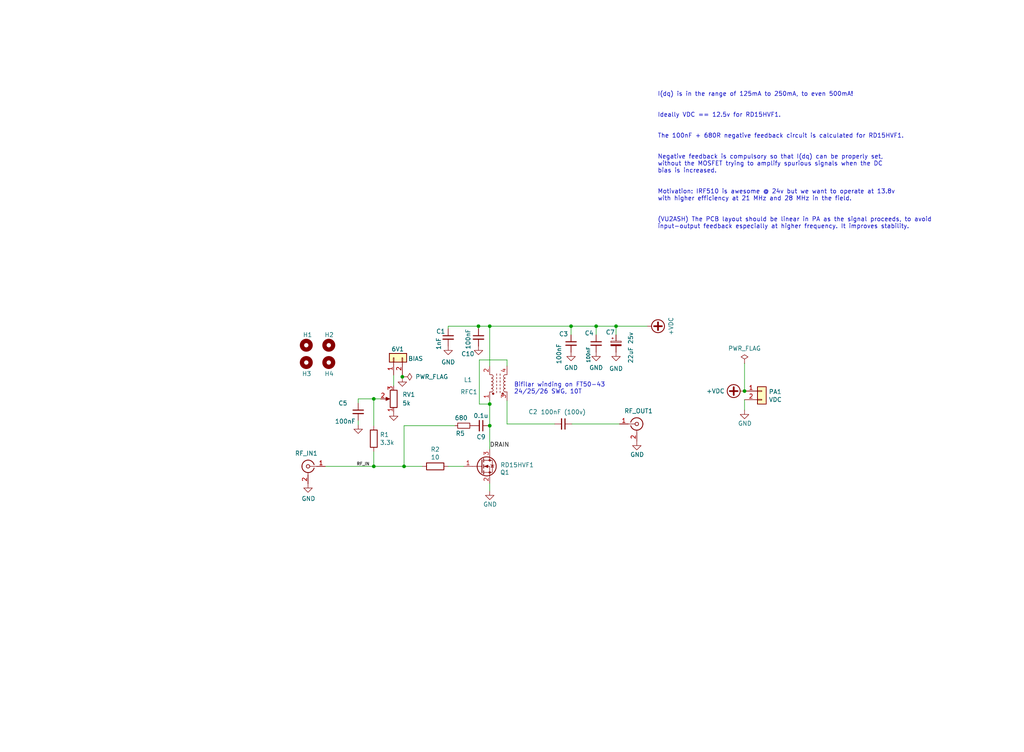
<source format=kicad_sch>
(kicad_sch (version 20211123) (generator eeschema)
  (paper "User" 300.634 220.802)
  (title_block (title "Easy-PA-With-Pluggable-LPF") (date "2022-03-18") (rev "v0.01") (company "Author: Dhiru Kholia (VU3CER)") (comment 2 "Uses ideas from VU2ASH, HAMBREWERS, QRP Labs, Tom (AK2B), VK3PE, and G6LBQ") (comment 4 "Robust Class-C / Class-D Single-ended RD15HVF1 powered HF PA") (comment 5 "Motivation: We want higher efficiencies at 21 MHz and 28 MHz."))
  (lib_symbols
    (symbol "Connector:Conn_Coaxial" (pin_names (offset 1.016) hide)
      (property "Reference" "J" (at 0.254 3.048 0))
      (property "Value" "Conn_Coaxial" (at 2.921 0 90))
      (symbol "Conn_Coaxial_0_1"
        (arc (start -1.778 -0.508) (mid 0.222 -1.808) (end 1.778 0) (stroke (width 0.254)))
        (polyline (pts (xy -2.54 0) (xy -0.508 0)))
        (polyline (pts (xy 0 -2.54) (xy 0 -1.778)))
        (circle (center 0 0) (radius 0.508) (stroke (width 0.2032)))
        (arc (start 1.778 0) (mid 0.222 1.8083) (end -1.778 0.508) (stroke (width 0.254)))
      )
      (symbol "Conn_Coaxial_1_1"
        (pin passive line (at -5.08 0 0) (length 2.54) (name "In") (number "1"))
        (pin passive line (at 0 -5.08 90) (length 2.54) (name "Ext") (number "2"))
      )
    )
    (symbol "Connector_Generic:Conn_01x02" (pin_names (offset 1.016) hide)
      (property "Reference" "J" (at 0 2.54 0))
      (property "Value" "Conn_01x02" (at 0 -5.08 0))
      (symbol "Conn_01x02_1_1"
        (rectangle (start -1.27 -2.413) (end 0 -2.667) (stroke (width 0.1524)))
        (rectangle (start -1.27 0.127) (end 0 -0.127) (stroke (width 0.1524)))
        (rectangle (start -1.27 1.27) (end 1.27 -3.81) (stroke (width 0.254)) (fill (type background)))
        (pin passive line (at -5.08 0 0) (length 3.81) (name "Pin_1") (number "1"))
        (pin passive line (at -5.08 -2.54 0) (length 3.81) (name "Pin_2") (number "2"))
      )
    )
    (symbol "Device:C_Polarized_Small" (pin_numbers hide) (pin_names (offset 0.254) hide)
      (property "Reference" "C" (at 0.254 1.778 0))
      (property "Value" "C_Polarized_Small" (at 0.254 -2.032 0))
      (symbol "C_Polarized_Small_0_1"
        (rectangle (start -1.524 -0.3048) (end 1.524 -0.6858) (fill (type outline)))
        (rectangle (start -1.524 0.6858) (end 1.524 0.3048))
        (polyline (pts (xy -1.27 1.524) (xy -0.762 1.524)))
        (polyline (pts (xy -1.016 1.27) (xy -1.016 1.778)))
      )
      (symbol "C_Polarized_Small_1_1"
        (pin passive line (at 0 2.54 270) (length 1.8542) (name "~") (number "1"))
        (pin passive line (at 0 -2.54 90) (length 1.8542) (name "~") (number "2"))
      )
    )
    (symbol "Device:C_Small" (pin_numbers hide) (pin_names (offset 0.254) hide)
      (property "Reference" "C" (at 0.254 1.778 0))
      (property "Value" "C_Small" (at 0.254 -2.032 0))
      (symbol "C_Small_0_1"
        (polyline (pts (xy -1.524 -0.508) (xy 1.524 -0.508)) (stroke (width 0.3302)))
        (polyline (pts (xy -1.524 0.508) (xy 1.524 0.508)) (stroke (width 0.3048)))
      )
      (symbol "C_Small_1_1"
        (pin passive line (at 0 2.54 270) (length 2.032) (name "~") (number "1"))
        (pin passive line (at 0 -2.54 90) (length 2.032) (name "~") (number "2"))
      )
    )
    (symbol "Device:L_Ferrite_Coupled" (pin_names (offset 0.254) hide)
      (property "Reference" "L" (at 0 4.445 0))
      (property "Value" "L_Ferrite_Coupled" (at 0 -4.445 0))
      (symbol "L_Ferrite_Coupled_0_1"
        (circle (center -3.048 -1.27) (radius 0.254) (fill (type outline)))
        (circle (center -3.048 1.524) (radius 0.254) (fill (type outline)))
        (arc (start -2.54 2.032) (mid -2.032 1.524) (end -1.524 2.032))
        (arc (start -1.524 -2.032) (mid -2.032 -1.524) (end -2.54 -2.032))
        (arc (start -1.524 2.032) (mid -1.016 1.524) (end -0.508 2.032))
        (arc (start -0.508 -2.032) (mid -1.016 -1.524) (end -1.524 -2.032))
        (arc (start -0.508 2.032) (mid 0 1.524) (end 0.508 2.032))
        (polyline (pts (xy -2.794 -0.508) (xy -2.286 -0.508)))
        (polyline (pts (xy -2.794 0.508) (xy -2.286 0.508)))
        (polyline (pts (xy -2.54 -2.032) (xy -2.54 -2.54)))
        (polyline (pts (xy -2.54 2.032) (xy -2.54 2.54)))
        (polyline (pts (xy -1.778 -0.508) (xy -1.27 -0.508)))
        (polyline (pts (xy -1.778 0.508) (xy -1.27 0.508)))
        (polyline (pts (xy -0.762 -0.508) (xy -0.254 -0.508)))
        (polyline (pts (xy -0.762 0.508) (xy -0.254 0.508)))
        (polyline (pts (xy 0.254 -0.508) (xy 0.762 -0.508)))
        (polyline (pts (xy 0.254 0.508) (xy 0.762 0.508)))
        (polyline (pts (xy 1.27 -0.508) (xy 1.778 -0.508)))
        (polyline (pts (xy 1.27 0.508) (xy 1.778 0.508)))
        (polyline (pts (xy 2.286 -0.508) (xy 2.794 -0.508)))
        (polyline (pts (xy 2.286 0.508) (xy 2.794 0.508)))
        (polyline (pts (xy 2.54 -2.032) (xy 2.54 -2.54)))
        (polyline (pts (xy 2.54 2.54) (xy 2.54 2.032)))
        (arc (start 0.508 -2.032) (mid 0 -1.524) (end -0.508 -2.032))
        (arc (start 0.508 2.032) (mid 1.016 1.524) (end 1.524 2.032))
        (arc (start 1.524 -2.032) (mid 1.016 -1.524) (end 0.508 -2.032))
        (arc (start 1.524 2.032) (mid 2.032 1.524) (end 2.54 2.032))
        (arc (start 2.54 -2.032) (mid 2.032 -1.524) (end 1.524 -2.032))
      )
      (symbol "L_Ferrite_Coupled_1_1"
        (pin passive line (at -5.08 2.54 0) (length 2.54) (name "1") (number "1"))
        (pin passive line (at 5.08 2.54 180) (length 2.54) (name "2") (number "2"))
        (pin passive line (at -5.08 -2.54 0) (length 2.54) (name "3") (number "3"))
        (pin passive line (at 5.08 -2.54 180) (length 2.54) (name "4") (number "4"))
      )
    )
    (symbol "Device:Q_NMOS_GSD" (pin_names (offset 0) hide)
      (property "Reference" "Q" (at 5.08 1.27 0))
      (property "Value" "Q_NMOS_GSD" (at 5.08 -1.27 0))
      (symbol "Q_NMOS_GSD_0_1"
        (polyline (pts (xy 0.254 0) (xy -2.54 0)))
        (polyline (pts (xy 0.254 1.905) (xy 0.254 -1.905)) (stroke (width 0.254)))
        (polyline (pts (xy 0.762 -1.27) (xy 0.762 -2.286)) (stroke (width 0.254)))
        (polyline (pts (xy 0.762 0.508) (xy 0.762 -0.508)) (stroke (width 0.254)))
        (polyline (pts (xy 0.762 2.286) (xy 0.762 1.27)) (stroke (width 0.254)))
        (polyline (pts (xy 2.54 2.54) (xy 2.54 1.778)))
        (polyline (pts (xy 2.54 -2.54) (xy 2.54 0) (xy 0.762 0)))
        (polyline (pts (xy 0.762 -1.778) (xy 3.302 -1.778) (xy 3.302 1.778) (xy 0.762 1.778)))
        (polyline (pts (xy 1.016 0) (xy 2.032 0.381) (xy 2.032 -0.381) (xy 1.016 0)) (fill (type outline)))
        (polyline (pts (xy 2.794 0.508) (xy 2.921 0.381) (xy 3.683 0.381) (xy 3.81 0.254)))
        (polyline (pts (xy 3.302 0.381) (xy 2.921 -0.254) (xy 3.683 -0.254) (xy 3.302 0.381)))
        (circle (center 1.651 0) (radius 2.794) (stroke (width 0.254)))
        (circle (center 2.54 -1.778) (radius 0.254) (fill (type outline)))
        (circle (center 2.54 1.778) (radius 0.254) (fill (type outline)))
      )
      (symbol "Q_NMOS_GSD_1_1"
        (pin input line (at -5.08 0 0) (length 2.54) (name "G") (number "1"))
        (pin passive line (at 2.54 -5.08 90) (length 2.54) (name "S") (number "2"))
        (pin passive line (at 2.54 5.08 270) (length 2.54) (name "D") (number "3"))
      )
    )
    (symbol "Device:R" (pin_numbers hide) (pin_names (offset 0))
      (property "Reference" "R" (at 2.032 0 90))
      (property "Value" "R" (at 0 0 90))
      (symbol "R_0_1"
        (rectangle (start -1.016 -2.54) (end 1.016 2.54) (stroke (width 0.254)))
      )
      (symbol "R_1_1"
        (pin passive line (at 0 3.81 270) (length 1.27) (name "~") (number "1"))
        (pin passive line (at 0 -3.81 90) (length 1.27) (name "~") (number "2"))
      )
    )
    (symbol "Device:R_Potentiometer" (pin_names (offset 1.016) hide)
      (property "Reference" "RV" (at -4.445 0 90))
      (property "Value" "R_Potentiometer" (at -2.54 0 90))
      (symbol "R_Potentiometer_0_1"
        (polyline (pts (xy 2.54 0) (xy 1.524 0)))
        (polyline (pts (xy 1.143 0) (xy 2.286 0.508) (xy 2.286 -0.508) (xy 1.143 0)) (fill (type outline)))
        (rectangle (start 1.016 2.54) (end -1.016 -2.54) (stroke (width 0.254)))
      )
      (symbol "R_Potentiometer_1_1"
        (pin passive line (at 0 3.81 270) (length 1.27) (name "1") (number "1"))
        (pin passive line (at 3.81 0 180) (length 1.27) (name "2") (number "2"))
        (pin passive line (at 0 -3.81 90) (length 1.27) (name "3") (number "3"))
      )
    )
    (symbol "Device:R_Small" (pin_numbers hide) (pin_names (offset 0.254) hide)
      (property "Reference" "R" (at 0.762 0.508 0))
      (property "Value" "R_Small" (at 0.762 -1.016 0))
      (symbol "R_Small_0_1"
        (rectangle (start -0.762 1.778) (end 0.762 -1.778) (stroke (width 0.2032)))
      )
      (symbol "R_Small_1_1"
        (pin passive line (at 0 2.54 270) (length 0.762) (name "~") (number "1"))
        (pin passive line (at 0 -2.54 90) (length 0.762) (name "~") (number "2"))
      )
    )
    (symbol "Mechanical:MountingHole" (pin_names (offset 1.016))
      (property "Reference" "H" (at 0 5.08 0))
      (property "Value" "MountingHole" (at 0 3.175 0))
      (symbol "MountingHole_0_1"
        (circle (center 0 0) (radius 1.27) (stroke (width 1.27)))
      )
    )
    (symbol "power:+VDC" (power) (pin_names (offset 0))
      (property "Value" "+VDC" (at 0 6.35 0))
      (symbol "+VDC_0_1"
        (polyline (pts (xy -1.143 3.175) (xy 1.143 3.175)) (stroke (width 0.508)))
        (polyline (pts (xy 0 0) (xy 0 1.27)))
        (polyline (pts (xy 0 2.032) (xy 0 4.318)) (stroke (width 0.508)))
        (circle (center 0 3.175) (radius 1.905) (stroke (width 0.254)))
      )
      (symbol "+VDC_1_1"
        (pin power_in line (at 0 0 90) (length 0) hide (name "+VDC") (number "1"))
      )
    )
    (symbol "power:GND" (power) (pin_names (offset 0))
      (property "Value" "GND" (at 0 -3.81 0))
      (symbol "GND_0_1"
        (polyline (pts (xy 0 0) (xy 0 -1.27) (xy 1.27 -1.27) (xy 0 -2.54) (xy -1.27 -1.27) (xy 0 -1.27)))
      )
      (symbol "GND_1_1"
        (pin power_in line (at 0 0 270) (length 0) hide (name "GND") (number "1"))
      )
    )
    (symbol "power:PWR_FLAG" (power) (pin_numbers hide) (pin_names (offset 0) hide)
      (property "Value" "PWR_FLAG" (at 0 3.81 0))
      (symbol "PWR_FLAG_0_0"
        (pin power_out line (at 0 0 90) (length 0) (name "pwr") (number "1"))
      )
      (symbol "PWR_FLAG_0_1"
        (polyline (pts (xy 0 0) (xy 0 1.27) (xy -1.016 1.905) (xy 0 2.54) (xy 1.016 1.905) (xy 0 1.27)))
      )
    )
  )
  (junction (at 218.567 114.808))
  (junction (at 143.764 118.618))
  (junction (at 118.618 136.906))
  (junction (at 175.006 95.758))
  (junction (at 143.764 124.968))
  (junction (at 118.11 110.617))
  (junction (at 109.728 136.906))
  (junction (at 140.462 95.758))
  (junction (at 180.848 95.758))
  (junction (at 109.728 117.094))
  (junction (at 167.64 95.758))
  (junction (at 143.764 95.758))
  (wire (pts (xy 218.567 120.396) (xy 218.567 117.348)))
  (wire (pts (xy 218.567 106.68) (xy 218.567 114.808)))
  (wire (pts (xy 143.764 118.618) (xy 140.716 118.618)))
  (wire (pts (xy 131.572 136.906) (xy 136.144 136.906)))
  (wire (pts (xy 140.462 95.758) (xy 140.462 96.52)))
  (wire (pts (xy 143.764 124.968) (xy 143.764 131.826)))
  (wire (pts (xy 143.764 117.602) (xy 143.764 118.618)))
  (wire (pts (xy 118.11 110.617) (xy 118.364 110.617)))
  (wire (pts (xy 140.716 118.618) (xy 140.716 105.664)))
  (wire (pts (xy 140.716 105.664) (xy 148.844 105.664)))
  (wire (pts (xy 167.64 98.298) (xy 167.64 95.758)))
  (wire (pts (xy 167.64 95.758) (xy 175.006 95.758)))
  (wire (pts (xy 105.156 123.444) (xy 105.156 124.714)))
  (wire (pts (xy 109.728 132.588) (xy 109.728 136.906)))
  (wire (pts (xy 109.728 136.906) (xy 118.618 136.906)))
  (wire (pts (xy 148.844 105.664) (xy 148.844 107.442)))
  (wire (pts (xy 189.992 95.758) (xy 180.848 95.758)))
  (wire (pts (xy 167.894 124.46) (xy 181.864 124.46)))
  (wire (pts (xy 143.764 95.758) (xy 167.64 95.758)))
  (wire (pts (xy 95.504 136.906) (xy 109.728 136.906)))
  (wire (pts (xy 118.11 110.109) (xy 118.11 110.617)))
  (wire (pts (xy 115.57 110.109) (xy 115.57 113.284)))
  (wire (pts (xy 148.844 117.602) (xy 148.844 124.46)))
  (wire (pts (xy 143.764 144.145) (xy 143.764 141.986)))
  (wire (pts (xy 118.618 124.968) (xy 118.618 136.906)))
  (wire (pts (xy 143.764 118.618) (xy 143.764 124.968)))
  (wire (pts (xy 109.728 117.094) (xy 111.76 117.094)))
  (wire (pts (xy 175.006 95.758) (xy 175.006 98.298)))
  (wire (pts (xy 118.618 124.968) (xy 133.604 124.968)))
  (wire (pts (xy 109.728 117.094) (xy 109.728 124.968)))
  (wire (pts (xy 148.844 124.46) (xy 162.814 124.46)))
  (wire (pts (xy 131.572 96.52) (xy 131.572 95.758)))
  (wire (pts (xy 140.462 95.758) (xy 143.764 95.758)))
  (wire (pts (xy 143.764 95.758) (xy 143.764 107.442)))
  (wire (pts (xy 118.11 110.617) (xy 118.11 110.871)))
  (wire (pts (xy 175.006 95.758) (xy 180.848 95.758)))
  (wire (pts (xy 105.156 117.094) (xy 105.156 118.364)))
  (wire (pts (xy 131.572 95.758) (xy 140.462 95.758)))
  (wire (pts (xy 180.848 95.758) (xy 180.848 98.298)))
  (wire (pts (xy 105.156 117.094) (xy 109.728 117.094)))
  (wire (pts (xy 118.618 136.906) (xy 123.952 136.906)))
  (text "I(dq) is in the range of 125mA to 250mA, to even 500mA!\n\n\nIdeally VDC == 12.5v for RD15HVF1.\n\n\nThe 100nF + 680R negative feedback circuit is calculated for RD15HVF1.\n\n\nNegative feedback is compulsory so that I(dq) can be properly set,\nwithout the MOSFET trying to amplify spurious signals when the DC\nbias is increased.\n\n\nMotivation: IRF510 is awesome @ 24v but we want to operate at 13.8v \nwith higher efficiency at 21 MHz and 28 MHz in the field.\n\n\n(VU2ASH) The PCB layout should be linear in PA as the signal proceeds, to avoid \ninput-output feedback especially at higher frequency. It improves stability." (at 193.04 67.31 0) (effects (font (size 1.27 1.27)) (justify left bottom)))
  (text "Bifilar winding on FT50-43\n24/25/26 SWG, 10T" (at 150.876 115.824 0) (effects (font (size 1.27 1.27)) (justify left bottom)))
  (label "DRAIN" (at 143.764 131.572 0))
  (label "RF_IN" (at 104.648 136.906 0) (effects (font (size 0.889 0.889))))
  (symbol (lib_id "power:GND") (at 143.764 144.145 0) (unit 1)
    (property "Reference" "#PWR0126" (effects hide))
    (property "Value" "GND" (at 143.8656 148.0566 0))
  )
  (symbol (lib_id "Device:C_Small") (at 165.354 124.46 270) (unit 1)
    (property "Reference" "C2" (at 156.464 120.904 90))
    (property "Value" "100nF (100v)" (at 165.354 120.9548 90))
    (property "Footprint" "Capacitor_SMD:C_1206_3216Metric_Pad1.33x1.80mm_HandSolder" (effects hide))
  )
  (symbol (lib_id "Device:R") (at 109.728 128.778 0) (unit 1)
    (property "Reference" "R1" (at 111.506 127.6096 0) (effects (justify left)))
    (property "Value" "3.3k" (at 111.506 129.921 0) (effects (justify left)))
    (property "Footprint" "Resistor_SMD:R_1206_3216Metric_Pad1.30x1.75mm_HandSolder" (effects hide))
  )
  (symbol (lib_id "Connector:Conn_Coaxial") (at 90.424 136.906 0) (mirror y) (unit 1)
    (property "Reference" "RF_IN1" (at 89.916 133.096 0))
    (property "Value" "Conn_Coaxial" (effects hide))
    (property "Footprint" "Connector_Coaxial:SMA_Amphenol_901-144_Vertical" (effects hide))
    (property "Datasheet" " ~" (effects hide))
  )
  (symbol (lib_id "Connector:Conn_Coaxial") (at 186.944 124.46 0) (unit 1)
    (property "Reference" "RF_OUT1" (at 187.452 120.65 0))
    (property "Value" "Conn_Coaxial" (effects hide))
    (property "Footprint" "Connector_Coaxial:SMA_Amphenol_901-144_Vertical" (effects hide))
    (property "Datasheet" " ~" (effects hide))
  )
  (symbol (lib_id "Device:C_Small") (at 105.156 120.904 0) (unit 1)
    (property "Reference" "C5" (at 99.314 118.364 0) (effects (justify left)))
    (property "Value" "100nF" (at 98.298 123.698 0) (effects (justify left)))
    (property "Footprint" "Capacitor_SMD:C_1206_3216Metric_Pad1.33x1.80mm_HandSolder" (effects hide))
  )
  (symbol (lib_id "power:GND") (at 105.156 124.714 0) (unit 1)
    (property "Reference" "#PWR0113" (effects hide))
    (property "Value" "GND" (effects hide))
  )
  (symbol (lib_id "power:GND") (at 186.944 129.54 0) (unit 1)
    (property "Reference" "#PWR0104" (effects hide))
    (property "Value" "GND" (at 187.0456 133.4516 0))
  )
  (symbol (lib_id "Connector_Generic:Conn_01x02") (at 223.647 114.808 0) (unit 1)
    (property "Reference" "PA1" (at 225.679 115.0112 0) (effects (justify left)))
    (property "Value" "VDC" (at 225.679 117.3226 0) (effects (justify left)))
    (property "Footprint" "Connector_PinHeader_2.54mm:PinHeader_1x02_P2.54mm_Vertical" (effects hide))
  )
  (symbol (lib_id "power:GND") (at 218.567 120.396 0) (unit 1)
    (property "Reference" "#PWR0109" (effects hide))
    (property "Value" "GND" (at 218.6686 124.3076 0))
  )
  (symbol (lib_id "power:+VDC") (at 218.567 114.808 90) (unit 1)
    (property "Reference" "#PWR0110" (effects hide))
    (property "Value" "+VDC" (at 212.7504 114.808 90) (effects (justify left)))
  )
  (symbol (lib_id "Device:R") (at 127.762 136.906 270) (unit 1)
    (property "Reference" "R2" (at 127.762 131.9276 90))
    (property "Value" "10" (at 127.762 134.239 90))
    (property "Footprint" "Resistor_SMD:R_1206_3216Metric_Pad1.30x1.75mm_HandSolder" (effects hide))
  )
  (symbol (lib_id "power:GND") (at 115.57 120.904 0) (unit 1)
    (property "Reference" "#PWR0111" (effects hide))
    (property "Value" "GND" (effects hide))
  )
  (symbol (lib_id "power:+VDC") (at 189.992 95.758 270) (unit 1)
    (property "Reference" "#PWR0112" (effects hide))
    (property "Value" "+VDC" (at 196.977 95.758 0))
  )
  (symbol (lib_id "power:PWR_FLAG") (at 218.567 106.68 0) (unit 1)
    (property "Reference" "#FLG0103" (effects hide))
    (property "Value" "PWR_FLAG" (at 218.567 102.2858 0))
  )
  (symbol (lib_id "power:GND") (at 90.424 141.986 0) (unit 1)
    (property "Reference" "#PWR0102" (effects hide))
    (property "Value" "GND" (at 90.551 146.3802 0))
  )
  (symbol (lib_id "power:GND") (at 140.462 101.6 0) (unit 1)
    (property "Reference" "#PWR07" (effects hide))
    (property "Value" "GND" (effects hide))
  )
  (symbol (lib_id "power:GND") (at 118.11 110.871 0) (unit 1)
    (property "Reference" "#PWR02" (effects hide))
    (property "Value" "GND" (effects hide))
  )
  (symbol (lib_id "Connector_Generic:Conn_01x02") (at 115.57 105.029 90) (unit 1)
    (property "Reference" "6V1" (at 118.618 102.489 90) (effects (justify left)))
    (property "Value" "BIAS" (at 124.206 105.283 90) (effects (justify left)))
    (property "Footprint" "Connector_PinHeader_2.54mm:PinHeader_1x02_P2.54mm_Vertical" (effects hide))
  )
  (symbol (lib_id "power:GND") (at 131.572 101.6 0) (unit 1)
    (property "Reference" "#PWR0105" (effects hide))
    (property "Value" "GND" (at 131.572 106.299 0))
  )
  (symbol (lib_id "Device:C_Polarized_Small") (at 180.848 100.838 0) (unit 1)
    (property "Reference" "C7" (at 177.8 97.536 0) (effects (justify left)))
    (property "Value" "22uF 25v" (at 185.166 106.68 90) (effects (justify left)))
    (property "Footprint" "Capacitor_THT:CP_Radial_D5.0mm_P2.50mm" (effects hide))
  )
  (symbol (lib_id "Device:R_Small") (at 136.144 124.968 90) (unit 1)
    (property "Reference" "R5" (at 135.128 127.254 90))
    (property "Value" "680" (at 135.382 122.682 90))
    (property "Footprint" "Resistor_SMD:R_1206_3216Metric_Pad1.30x1.75mm_HandSolder" (effects hide))
  )
  (symbol (lib_id "power:GND") (at 167.64 103.378 0) (unit 1)
    (property "Reference" "#PWR01" (effects hide))
    (property "Value" "GND" (at 167.64 107.95 0))
  )
  (symbol (lib_id "power:PWR_FLAG") (at 118.364 110.617 270) (unit 1)
    (property "Reference" "#FLG01" (effects hide))
    (property "Value" "PWR_FLAG" (at 121.92 110.6169 90) (effects (justify left)))
  )
  (symbol (lib_id "Device:C_Small") (at 141.224 124.968 270) (unit 1)
    (property "Reference" "C9" (at 141.224 128.27 90))
    (property "Value" "0.1u" (at 141.1732 122.047 90))
    (property "Footprint" "Capacitor_SMD:C_1206_3216Metric_Pad1.33x1.80mm_HandSolder" (effects hide))
  )
  (symbol (lib_id "power:GND") (at 175.006 103.378 0) (unit 1)
    (property "Reference" "#PWR0101" (effects hide))
    (property "Value" "GND" (at 175.006 107.95 0))
  )
  (symbol (lib_id "Mechanical:MountingHole") (at 96.52 106.426 0) (unit 1)
    (property "Reference" "H4" (at 95.25 109.728 0) (effects (justify left)))
    (property "Value" "MountingHole" (effects hide))
    (property "Footprint" "MountingHole:MountingHole_2.2mm_M2" (effects hide))
  )
  (symbol (lib_id "Device:Q_NMOS_GSD") (at 141.224 136.906 0) (unit 1)
    (property "Reference" "Q1" (at 146.812 138.684 0) (effects (justify left)))
    (property "Value" "RD15HVF1" (at 146.8628 136.4996 0) (effects (justify left)))
    (property "Footprint" "Package_TO_SOT_THT:TO-220-3_Vertical" (effects hide))
  )
  (symbol (lib_id "Device:C_Small") (at 140.462 99.06 0) (unit 1)
    (property "Reference" "C10" (at 135.382 103.886 0) (effects (justify left)))
    (property "Value" "100nF" (at 137.414 102.616 90) (effects (justify left)))
    (property "Footprint" "Capacitor_SMD:C_1206_3216Metric_Pad1.33x1.80mm_HandSolder" (effects hide))
  )
  (symbol (lib_id "Device:C_Small") (at 167.64 100.838 0) (unit 1)
    (property "Reference" "C3" (at 164.084 98.044 0) (effects (justify left)))
    (property "Value" "100nF" (at 164.084 106.934 90) (effects (justify left)))
    (property "Footprint" "Capacitor_SMD:C_1206_3216Metric_Pad1.33x1.80mm_HandSolder" (effects hide))
  )
  (symbol (lib_id "Device:C_Small") (at 131.572 99.06 0) (unit 1)
    (property "Reference" "C1" (at 128.016 97.282 0) (effects (justify left)))
    (property "Value" "1nF" (at 128.778 102.743 90) (effects (justify left)))
    (property "Footprint" "Capacitor_SMD:C_1206_3216Metric_Pad1.33x1.80mm_HandSolder" (effects hide))
  )
  (symbol (lib_id "Mechanical:MountingHole") (at 96.52 101.346 0) (unit 1)
    (property "Reference" "H2" (at 95.25 98.298 0) (effects (justify left)))
    (property "Value" "MountingHole" (effects hide))
    (property "Footprint" "MountingHole:MountingHole_2.2mm_M2" (effects hide))
  )
  (symbol (lib_id "Device:L_Ferrite_Coupled") (at 146.304 112.522 90) (unit 1)
    (property "Reference" "L1" (at 136.144 111.506 90) (effects (justify right)))
    (property "Value" "RFC1" (at 135.128 115.062 90) (effects (justify right)))
    (property "Footprint" "footprints:FT50-43 Transformer" (effects hide))
  )
  (symbol (lib_id "Mechanical:MountingHole") (at 89.916 106.426 0) (unit 1)
    (property "Reference" "H3" (at 88.646 109.728 0) (effects (justify left)))
    (property "Value" "MountingHole" (effects hide))
    (property "Footprint" "MountingHole:MountingHole_2.2mm_M2" (effects hide))
  )
  (symbol (lib_id "Mechanical:MountingHole") (at 89.916 101.346 0) (unit 1)
    (property "Reference" "H1" (at 88.9 98.298 0) (effects (justify left)))
    (property "Value" "MountingHole" (effects hide))
    (property "Footprint" "MountingHole:MountingHole_2.2mm_M2" (effects hide))
  )
  (symbol (lib_id "Device:C_Small") (at 175.006 100.838 0) (unit 1)
    (property "Reference" "C4" (at 172.974 97.79 0))
    (property "Value" "100nF" (at 172.72 104.14 90) (effects (font (size 0.9906 0.9906))))
    (property "Footprint" "Capacitor_SMD:C_1206_3216Metric_Pad1.33x1.80mm_HandSolder" (effects hide))
  )
  (symbol (lib_id "Device:R_Potentiometer") (at 115.57 117.094 180) (unit 1)
    (property "Reference" "RV1" (at 118.11 115.8239 0) (effects (justify right)))
    (property "Value" "5k" (at 118.11 118.3639 0) (effects (justify right)))
    (property "Footprint" "Potentiometer_THT:Potentiometer_Runtron_RM-065_Vertical" (effects hide))
  )
  (symbol (lib_id "power:GND") (at 180.848 103.378 0) (unit 1)
    (property "Reference" "#PWR0103" (effects hide))
    (property "Value" "GND" (at 180.848 108.204 0))
  )
)
</source>
